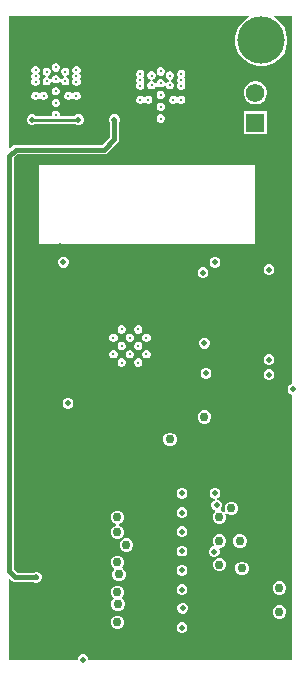
<source format=gbr>
G04*
G04 #@! TF.GenerationSoftware,Altium Limited,Altium Designer,24.9.1 (31)*
G04*
G04 Layer_Physical_Order=4*
G04 Layer_Color=6736896*
%FSLAX25Y25*%
%MOIN*%
G70*
G04*
G04 #@! TF.SameCoordinates,0464F855-7F2B-49EB-A455-A8C15B23BB70*
G04*
G04*
G04 #@! TF.FilePolarity,Positive*
G04*
G01*
G75*
%ADD53C,0.01181*%
%ADD54R,0.06181X0.06181*%
%ADD55C,0.06181*%
%ADD60C,0.01500*%
%ADD61C,0.01000*%
%ADD64C,0.02953*%
%ADD65C,0.02000*%
%ADD66C,0.05000*%
%ADD67C,0.15748*%
G36*
X194187Y191982D02*
X194144D01*
X193488Y191710D01*
X192985Y191207D01*
X192713Y190550D01*
Y189839D01*
X192985Y189182D01*
X193488Y188679D01*
X194144Y188407D01*
X194187D01*
X194187Y99813D01*
X126287D01*
Y100356D01*
X126015Y101013D01*
X125513Y101515D01*
X124855Y101787D01*
X124144D01*
X123487Y101515D01*
X122985Y101013D01*
X122713Y100356D01*
Y99813D01*
X99813D01*
Y126817D01*
X100275Y127009D01*
X100892Y126392D01*
X101400Y126052D01*
X102000Y125933D01*
X108014D01*
X108544Y125713D01*
X109256D01*
X109913Y125985D01*
X110415Y126488D01*
X110687Y127145D01*
Y127856D01*
X110415Y128513D01*
X109913Y129015D01*
X109256Y129287D01*
X108544D01*
X108014Y129068D01*
X102649D01*
X101567Y130149D01*
Y267351D01*
X102666Y268449D01*
X131517D01*
X132116Y268568D01*
X132625Y268908D01*
X136108Y272392D01*
X136448Y272900D01*
X136567Y273500D01*
Y279114D01*
X136787Y279644D01*
Y280356D01*
X136515Y281013D01*
X136012Y281515D01*
X135355Y281787D01*
X134644D01*
X133987Y281515D01*
X133485Y281013D01*
X133213Y280356D01*
Y279644D01*
X133432Y279114D01*
Y274149D01*
X130867Y271584D01*
X102016D01*
X101417Y271465D01*
X100908Y271125D01*
X100275Y270491D01*
X99813Y270683D01*
Y314687D01*
X179851D01*
X179949Y314197D01*
X179897Y314176D01*
X178479Y313228D01*
X177272Y312021D01*
X176324Y310603D01*
X175671Y309026D01*
X175339Y307353D01*
Y305647D01*
X175671Y303974D01*
X176324Y302397D01*
X177272Y300979D01*
X178479Y299772D01*
X179897Y298824D01*
X181474Y298171D01*
X183147Y297839D01*
X184853D01*
X186526Y298171D01*
X188103Y298824D01*
X189521Y299772D01*
X190728Y300979D01*
X191676Y302397D01*
X192329Y303974D01*
X192661Y305647D01*
Y307353D01*
X192329Y309026D01*
X191676Y310603D01*
X190728Y312021D01*
X189521Y313228D01*
X188103Y314176D01*
X188051Y314197D01*
X188149Y314687D01*
X194187D01*
X194187Y191982D01*
D02*
G37*
%LPC*%
G36*
X115774Y298847D02*
X115226D01*
X114719Y298637D01*
X114332Y298249D01*
X114122Y297743D01*
Y297194D01*
X114332Y296688D01*
X114719Y296300D01*
X115226Y296091D01*
X115774D01*
X116280Y296300D01*
X116668Y296688D01*
X116878Y297194D01*
Y297743D01*
X116668Y298249D01*
X116280Y298637D01*
X115774Y298847D01*
D02*
G37*
G36*
X150703Y297524D02*
X150155D01*
X149649Y297314D01*
X149261Y296926D01*
X149051Y296420D01*
Y295872D01*
X149261Y295365D01*
X149649Y294977D01*
X150155Y294768D01*
X150703D01*
X151210Y294977D01*
X151597Y295365D01*
X151807Y295872D01*
Y296420D01*
X151597Y296926D01*
X151210Y297314D01*
X150703Y297524D01*
D02*
G37*
G36*
X118845Y297429D02*
X118297D01*
X117790Y297219D01*
X117403Y296832D01*
X117193Y296325D01*
Y295777D01*
X117403Y295271D01*
X117790Y294883D01*
X118297Y294673D01*
Y294201D01*
X117790Y293991D01*
X117403Y293603D01*
X117378Y293544D01*
X116878Y293643D01*
Y293806D01*
X116668Y294312D01*
X116280Y294700D01*
X115774Y294910D01*
X115226D01*
X114719Y294700D01*
X114332Y294312D01*
X114122Y293806D01*
Y293643D01*
X113622Y293544D01*
X113597Y293603D01*
X113210Y293991D01*
X112703Y294201D01*
Y294673D01*
X113210Y294883D01*
X113597Y295271D01*
X113807Y295777D01*
Y296325D01*
X113597Y296832D01*
X113210Y297219D01*
X112703Y297429D01*
X112155D01*
X111649Y297219D01*
X111261Y296832D01*
X111051Y296325D01*
Y295777D01*
X111261Y295271D01*
X111649Y294883D01*
X112155Y294673D01*
Y294201D01*
X111649Y293991D01*
X111261Y293603D01*
X111051Y293097D01*
Y292549D01*
X111261Y292042D01*
X111649Y291655D01*
X112155Y291445D01*
X112703D01*
X113210Y291655D01*
X113597Y292042D01*
X113807Y292549D01*
Y292711D01*
X114307Y292811D01*
X114332Y292751D01*
X114719Y292363D01*
X115226Y292154D01*
X115774D01*
X116280Y292363D01*
X116668Y292751D01*
X116693Y292811D01*
X117193Y292711D01*
Y292549D01*
X117403Y292042D01*
X117790Y291655D01*
X118297Y291445D01*
X118845D01*
X119351Y291655D01*
X119739Y292042D01*
X119949Y292549D01*
Y293097D01*
X119739Y293603D01*
X119351Y293991D01*
X118845Y294201D01*
Y294673D01*
X119351Y294883D01*
X119739Y295271D01*
X119949Y295777D01*
Y296325D01*
X119739Y296832D01*
X119351Y297219D01*
X118845Y297429D01*
D02*
G37*
G36*
X153774Y296106D02*
X153226D01*
X152719Y295897D01*
X152332Y295509D01*
X152122Y295002D01*
Y294454D01*
X152332Y293948D01*
X152719Y293560D01*
X153226Y293350D01*
Y292878D01*
X152719Y292668D01*
X152332Y292281D01*
X152307Y292221D01*
X151807Y292320D01*
Y292483D01*
X151597Y292989D01*
X151210Y293377D01*
X150703Y293587D01*
X150155D01*
X149649Y293377D01*
X149261Y292989D01*
X149051Y292483D01*
Y292320D01*
X148551Y292221D01*
X148526Y292281D01*
X148139Y292668D01*
X147632Y292878D01*
Y293350D01*
X148139Y293560D01*
X148526Y293948D01*
X148736Y294454D01*
Y295002D01*
X148526Y295509D01*
X148139Y295897D01*
X147632Y296106D01*
X147084D01*
X146578Y295897D01*
X146190Y295509D01*
X145980Y295002D01*
Y294454D01*
X146190Y293948D01*
X146578Y293560D01*
X147084Y293350D01*
Y292878D01*
X146578Y292668D01*
X146190Y292281D01*
X145980Y291774D01*
Y291226D01*
X146190Y290720D01*
X146578Y290332D01*
X147084Y290122D01*
X147632D01*
X148139Y290332D01*
X148526Y290720D01*
X148736Y291226D01*
Y291388D01*
X149236Y291488D01*
X149261Y291428D01*
X149649Y291040D01*
X150155Y290831D01*
X150703D01*
X151210Y291040D01*
X151597Y291428D01*
X151622Y291488D01*
X152122Y291388D01*
Y291226D01*
X152332Y290720D01*
X152719Y290332D01*
X153226Y290122D01*
X153774D01*
X154280Y290332D01*
X154668Y290720D01*
X154878Y291226D01*
Y291774D01*
X154668Y292281D01*
X154280Y292668D01*
X153774Y292878D01*
Y293350D01*
X154280Y293560D01*
X154668Y293948D01*
X154878Y294454D01*
Y295002D01*
X154668Y295509D01*
X154280Y295897D01*
X153774Y296106D01*
D02*
G37*
G36*
X122585Y297980D02*
X122037D01*
X121530Y297771D01*
X121143Y297383D01*
X120933Y296877D01*
Y296328D01*
X121143Y295822D01*
X121347Y295618D01*
X121143Y295414D01*
X120933Y294908D01*
Y294360D01*
X121143Y293853D01*
X121347Y293650D01*
X121143Y293446D01*
X120933Y292939D01*
Y292391D01*
X121143Y291885D01*
X121530Y291497D01*
X122037Y291287D01*
X122585D01*
X123092Y291497D01*
X123479Y291885D01*
X123689Y292391D01*
Y292939D01*
X123479Y293446D01*
X123275Y293650D01*
X123479Y293853D01*
X123689Y294360D01*
Y294908D01*
X123479Y295414D01*
X123275Y295618D01*
X123479Y295822D01*
X123689Y296328D01*
Y296877D01*
X123479Y297383D01*
X123092Y297771D01*
X122585Y297980D01*
D02*
G37*
G36*
X108963D02*
X108415D01*
X107908Y297771D01*
X107521Y297383D01*
X107311Y296877D01*
Y296328D01*
X107521Y295822D01*
X107724Y295618D01*
X107521Y295414D01*
X107311Y294908D01*
Y294360D01*
X107521Y293853D01*
X107724Y293650D01*
X107521Y293446D01*
X107311Y292939D01*
Y292391D01*
X107521Y291885D01*
X107908Y291497D01*
X108415Y291287D01*
X108963D01*
X109469Y291497D01*
X109857Y291885D01*
X110067Y292391D01*
Y292939D01*
X109857Y293446D01*
X109653Y293650D01*
X109857Y293853D01*
X110067Y294360D01*
Y294908D01*
X109857Y295414D01*
X109653Y295618D01*
X109857Y295822D01*
X110067Y296328D01*
Y296877D01*
X109857Y297383D01*
X109469Y297771D01*
X108963Y297980D01*
D02*
G37*
G36*
X157514Y296657D02*
X156966D01*
X156460Y296448D01*
X156072Y296060D01*
X155862Y295554D01*
Y295005D01*
X156072Y294499D01*
X156276Y294295D01*
X156072Y294092D01*
X155862Y293585D01*
Y293037D01*
X156072Y292530D01*
X156276Y292327D01*
X156072Y292123D01*
X155862Y291617D01*
Y291068D01*
X156072Y290562D01*
X156460Y290174D01*
X156966Y289965D01*
X157514D01*
X158021Y290174D01*
X158408Y290562D01*
X158618Y291068D01*
Y291617D01*
X158408Y292123D01*
X158205Y292327D01*
X158408Y292530D01*
X158618Y293037D01*
Y293585D01*
X158408Y294092D01*
X158205Y294295D01*
X158408Y294499D01*
X158618Y295005D01*
Y295554D01*
X158408Y296060D01*
X158021Y296448D01*
X157514Y296657D01*
D02*
G37*
G36*
X143892D02*
X143344D01*
X142838Y296448D01*
X142450Y296060D01*
X142240Y295554D01*
Y295005D01*
X142450Y294499D01*
X142654Y294295D01*
X142450Y294092D01*
X142240Y293585D01*
Y293037D01*
X142450Y292530D01*
X142654Y292327D01*
X142450Y292123D01*
X142240Y291617D01*
Y291068D01*
X142450Y290562D01*
X142838Y290174D01*
X143344Y289965D01*
X143892D01*
X144399Y290174D01*
X144786Y290562D01*
X144996Y291068D01*
Y291617D01*
X144786Y292123D01*
X144583Y292327D01*
X144786Y292530D01*
X144996Y293037D01*
Y293585D01*
X144786Y294092D01*
X144583Y294295D01*
X144786Y294499D01*
X144996Y295005D01*
Y295554D01*
X144786Y296060D01*
X144399Y296448D01*
X143892Y296657D01*
D02*
G37*
G36*
X111640Y289319D02*
X111092D01*
X110586Y289109D01*
X110342Y288866D01*
X110029Y288772D01*
X109717Y288866D01*
X109474Y289109D01*
X108967Y289319D01*
X108419D01*
X107912Y289109D01*
X107525Y288721D01*
X107315Y288215D01*
Y287667D01*
X107525Y287160D01*
X107912Y286773D01*
X108419Y286563D01*
X108967D01*
X109474Y286773D01*
X109717Y287016D01*
X110029Y287110D01*
X110342Y287016D01*
X110586Y286773D01*
X111092Y286563D01*
X111640D01*
X112147Y286773D01*
X112534Y287160D01*
X112744Y287667D01*
Y288215D01*
X112534Y288721D01*
X112147Y289109D01*
X111640Y289319D01*
D02*
G37*
G36*
X122581D02*
X122033D01*
X121527Y289109D01*
X121283Y288866D01*
X120970Y288772D01*
X120658Y288866D01*
X120414Y289109D01*
X119908Y289319D01*
X119360D01*
X118853Y289109D01*
X118466Y288721D01*
X118256Y288215D01*
Y287667D01*
X118466Y287160D01*
X118853Y286773D01*
X119360Y286563D01*
X119908D01*
X120414Y286773D01*
X120658Y287016D01*
X120970Y287110D01*
X121283Y287016D01*
X121527Y286773D01*
X122033Y286563D01*
X122581D01*
X123088Y286773D01*
X123475Y287160D01*
X123685Y287667D01*
Y288215D01*
X123475Y288721D01*
X123088Y289109D01*
X122581Y289319D01*
D02*
G37*
G36*
X115774Y290972D02*
X115226D01*
X114719Y290763D01*
X114332Y290375D01*
X114122Y289869D01*
Y289320D01*
X114332Y288814D01*
X114719Y288426D01*
X115226Y288216D01*
X115774D01*
X116280Y288426D01*
X116668Y288814D01*
X116878Y289320D01*
Y289869D01*
X116668Y290375D01*
X116280Y290763D01*
X115774Y290972D01*
D02*
G37*
G36*
X157510Y287996D02*
X156962D01*
X156456Y287786D01*
X156212Y287543D01*
X155900Y287449D01*
X155587Y287543D01*
X155343Y287786D01*
X154837Y287996D01*
X154289D01*
X153782Y287786D01*
X153395Y287399D01*
X153185Y286892D01*
Y286344D01*
X153395Y285838D01*
X153782Y285450D01*
X154289Y285240D01*
X154837D01*
X155343Y285450D01*
X155587Y285693D01*
X155900Y285787D01*
X156212Y285693D01*
X156456Y285450D01*
X156962Y285240D01*
X157510D01*
X158017Y285450D01*
X158404Y285838D01*
X158614Y286344D01*
Y286892D01*
X158404Y287399D01*
X158017Y287786D01*
X157510Y287996D01*
D02*
G37*
G36*
X146569D02*
X146021D01*
X145515Y287786D01*
X145272Y287543D01*
X144959Y287449D01*
X144646Y287543D01*
X144403Y287786D01*
X143896Y287996D01*
X143348D01*
X142841Y287786D01*
X142454Y287399D01*
X142244Y286892D01*
Y286344D01*
X142454Y285838D01*
X142841Y285450D01*
X143348Y285240D01*
X143896D01*
X144403Y285450D01*
X144646Y285693D01*
X144959Y285787D01*
X145272Y285693D01*
X145515Y285450D01*
X146021Y285240D01*
X146569D01*
X147076Y285450D01*
X147463Y285838D01*
X147673Y286344D01*
Y286892D01*
X147463Y287399D01*
X147076Y287786D01*
X146569Y287996D01*
D02*
G37*
G36*
X150703Y289650D02*
X150155D01*
X149649Y289440D01*
X149261Y289052D01*
X149051Y288546D01*
Y287998D01*
X149261Y287491D01*
X149649Y287104D01*
X150155Y286894D01*
X150703D01*
X151210Y287104D01*
X151597Y287491D01*
X151807Y287998D01*
Y288546D01*
X151597Y289052D01*
X151210Y289440D01*
X150703Y289650D01*
D02*
G37*
G36*
X182510Y292878D02*
X181490D01*
X180503Y292614D01*
X179619Y292103D01*
X178897Y291381D01*
X178386Y290497D01*
X178122Y289510D01*
Y288490D01*
X178386Y287503D01*
X178897Y286619D01*
X179619Y285897D01*
X180503Y285386D01*
X181490Y285122D01*
X182510D01*
X183497Y285386D01*
X184381Y285897D01*
X185103Y286619D01*
X185614Y287503D01*
X185878Y288490D01*
Y289510D01*
X185614Y290497D01*
X185103Y291381D01*
X184381Y292103D01*
X183497Y292614D01*
X182510Y292878D01*
D02*
G37*
G36*
X115774Y287035D02*
X115226D01*
X114719Y286826D01*
X114332Y286438D01*
X114122Y285932D01*
Y285383D01*
X114332Y284877D01*
X114719Y284489D01*
X115226Y284279D01*
X115774D01*
X116280Y284489D01*
X116668Y284877D01*
X116878Y285383D01*
Y285932D01*
X116668Y286438D01*
X116280Y286826D01*
X115774Y287035D01*
D02*
G37*
G36*
X150703Y285713D02*
X150155D01*
X149649Y285503D01*
X149261Y285115D01*
X149051Y284609D01*
Y284061D01*
X149261Y283554D01*
X149649Y283167D01*
X150155Y282957D01*
X150703D01*
X151210Y283167D01*
X151597Y283554D01*
X151807Y284061D01*
Y284609D01*
X151597Y285115D01*
X151210Y285503D01*
X150703Y285713D01*
D02*
G37*
G36*
X115774Y283098D02*
X115226D01*
X114719Y282889D01*
X114332Y282501D01*
X114122Y281995D01*
Y281446D01*
X113927Y281155D01*
X110016D01*
X109824Y281283D01*
X109322Y281383D01*
X108815D01*
X108613Y281586D01*
X107956Y281858D01*
X107245D01*
X106588Y281586D01*
X106085Y281083D01*
X105813Y280426D01*
Y279715D01*
X106085Y279058D01*
X106588Y278555D01*
X107245Y278283D01*
X107956D01*
X108613Y278555D01*
X108815Y278758D01*
X108856D01*
X109048Y278630D01*
X109550Y278530D01*
X116278D01*
X116780Y278630D01*
X116866Y278687D01*
X121785D01*
X121987Y278485D01*
X122644Y278213D01*
X123355D01*
X124012Y278485D01*
X124515Y278988D01*
X124787Y279644D01*
Y280356D01*
X124515Y281013D01*
X124012Y281515D01*
X123355Y281787D01*
X122644D01*
X121987Y281515D01*
X121785Y281313D01*
X116967D01*
X116878Y281446D01*
Y281995D01*
X116668Y282501D01*
X116280Y282889D01*
X115774Y283098D01*
D02*
G37*
G36*
X150703Y281776D02*
X150155D01*
X149649Y281566D01*
X149261Y281178D01*
X149051Y280672D01*
Y280123D01*
X149261Y279617D01*
X149649Y279229D01*
X150155Y279020D01*
X150703D01*
X151210Y279229D01*
X151597Y279617D01*
X151807Y280123D01*
Y280672D01*
X151597Y281178D01*
X151210Y281566D01*
X150703Y281776D01*
D02*
G37*
G36*
X185878Y282878D02*
X178122D01*
Y275122D01*
X185878D01*
Y282878D01*
D02*
G37*
G36*
X182000Y265000D02*
X110000D01*
Y238500D01*
X182000D01*
Y265000D01*
D02*
G37*
G36*
X168856Y234287D02*
X168145D01*
X167488Y234015D01*
X166985Y233512D01*
X166713Y232856D01*
Y232144D01*
X166985Y231487D01*
X167488Y230985D01*
X168145Y230713D01*
X168856D01*
X169512Y230985D01*
X170015Y231487D01*
X170287Y232144D01*
Y232856D01*
X170015Y233512D01*
X169512Y234015D01*
X168856Y234287D01*
D02*
G37*
G36*
X118356D02*
X117645D01*
X116988Y234015D01*
X116485Y233512D01*
X116213Y232856D01*
Y232144D01*
X116485Y231487D01*
X116988Y230985D01*
X117645Y230713D01*
X118356D01*
X119012Y230985D01*
X119515Y231487D01*
X119787Y232144D01*
Y232856D01*
X119515Y233512D01*
X119012Y234015D01*
X118356Y234287D01*
D02*
G37*
G36*
X186855Y231787D02*
X186144D01*
X185487Y231515D01*
X184985Y231013D01*
X184713Y230356D01*
Y229644D01*
X184985Y228988D01*
X185487Y228485D01*
X186144Y228213D01*
X186855D01*
X187513Y228485D01*
X188015Y228988D01*
X188287Y229644D01*
Y230356D01*
X188015Y231013D01*
X187513Y231515D01*
X186855Y231787D01*
D02*
G37*
G36*
X164856Y230787D02*
X164145D01*
X163488Y230515D01*
X162985Y230012D01*
X162713Y229356D01*
Y228644D01*
X162985Y227988D01*
X163488Y227485D01*
X164145Y227213D01*
X164856D01*
X165513Y227485D01*
X166015Y227988D01*
X166287Y228644D01*
Y229356D01*
X166015Y230012D01*
X165513Y230515D01*
X164856Y230787D01*
D02*
G37*
G36*
X143176Y211496D02*
X142628D01*
X142121Y211286D01*
X141733Y210899D01*
X141524Y210392D01*
Y209844D01*
X141733Y209338D01*
X142121Y208950D01*
X142628Y208740D01*
X143176D01*
X143682Y208950D01*
X144070Y209338D01*
X144280Y209844D01*
Y210392D01*
X144070Y210899D01*
X143682Y211286D01*
X143176Y211496D01*
D02*
G37*
G36*
X137664D02*
X137116D01*
X136609Y211286D01*
X136222Y210899D01*
X136012Y210392D01*
Y209844D01*
X136222Y209338D01*
X136609Y208950D01*
X137116Y208740D01*
X137664D01*
X138170Y208950D01*
X138558Y209338D01*
X138768Y209844D01*
Y210392D01*
X138558Y210899D01*
X138170Y211286D01*
X137664Y211496D01*
D02*
G37*
G36*
X145931Y208740D02*
X145383D01*
X144877Y208530D01*
X144489Y208143D01*
X144279Y207636D01*
Y207088D01*
X144489Y206582D01*
X144877Y206194D01*
X145383Y205984D01*
X145931D01*
X146438Y206194D01*
X146826Y206582D01*
X147035Y207088D01*
Y207636D01*
X146826Y208143D01*
X146438Y208530D01*
X145931Y208740D01*
D02*
G37*
G36*
X140420D02*
X139872D01*
X139365Y208530D01*
X138977Y208143D01*
X138768Y207636D01*
Y207088D01*
X138977Y206582D01*
X139365Y206194D01*
X139872Y205984D01*
X140420D01*
X140926Y206194D01*
X141314Y206582D01*
X141524Y207088D01*
Y207636D01*
X141314Y208143D01*
X140926Y208530D01*
X140420Y208740D01*
D02*
G37*
G36*
X134908D02*
X134360D01*
X133853Y208530D01*
X133466Y208143D01*
X133256Y207636D01*
Y207088D01*
X133466Y206582D01*
X133853Y206194D01*
X134360Y205984D01*
X134908D01*
X135414Y206194D01*
X135802Y206582D01*
X136012Y207088D01*
Y207636D01*
X135802Y208143D01*
X135414Y208530D01*
X134908Y208740D01*
D02*
G37*
G36*
X165356Y207287D02*
X164645D01*
X163988Y207015D01*
X163485Y206512D01*
X163213Y205855D01*
Y205145D01*
X163485Y204487D01*
X163988Y203985D01*
X164645Y203713D01*
X165356D01*
X166013Y203985D01*
X166515Y204487D01*
X166787Y205145D01*
Y205855D01*
X166515Y206512D01*
X166013Y207015D01*
X165356Y207287D01*
D02*
G37*
G36*
X143176Y205984D02*
X142628D01*
X142121Y205775D01*
X141733Y205387D01*
X141524Y204880D01*
Y204332D01*
X141733Y203826D01*
X142121Y203438D01*
X142628Y203228D01*
X143176D01*
X143682Y203438D01*
X144070Y203826D01*
X144280Y204332D01*
Y204880D01*
X144070Y205387D01*
X143682Y205775D01*
X143176Y205984D01*
D02*
G37*
G36*
X137664D02*
X137116D01*
X136609Y205775D01*
X136222Y205387D01*
X136012Y204880D01*
Y204332D01*
X136222Y203826D01*
X136609Y203438D01*
X137116Y203228D01*
X137664D01*
X138170Y203438D01*
X138558Y203826D01*
X138768Y204332D01*
Y204880D01*
X138558Y205387D01*
X138170Y205775D01*
X137664Y205984D01*
D02*
G37*
G36*
X145931Y203228D02*
X145383D01*
X144877Y203019D01*
X144489Y202631D01*
X144279Y202125D01*
Y201576D01*
X144489Y201070D01*
X144877Y200682D01*
X145383Y200472D01*
X145931D01*
X146438Y200682D01*
X146826Y201070D01*
X147035Y201576D01*
Y202125D01*
X146826Y202631D01*
X146438Y203019D01*
X145931Y203228D01*
D02*
G37*
G36*
X140420D02*
X139872D01*
X139365Y203019D01*
X138977Y202631D01*
X138768Y202125D01*
Y201576D01*
X138977Y201070D01*
X139365Y200682D01*
X139872Y200472D01*
X140420D01*
X140926Y200682D01*
X141314Y201070D01*
X141524Y201576D01*
Y202125D01*
X141314Y202631D01*
X140926Y203019D01*
X140420Y203228D01*
D02*
G37*
G36*
X134908D02*
X134360D01*
X133853Y203019D01*
X133466Y202631D01*
X133256Y202125D01*
Y201576D01*
X133466Y201070D01*
X133853Y200682D01*
X134360Y200472D01*
X134908D01*
X135414Y200682D01*
X135802Y201070D01*
X136012Y201576D01*
Y202125D01*
X135802Y202631D01*
X135414Y203019D01*
X134908Y203228D01*
D02*
G37*
G36*
X186855Y201787D02*
X186144D01*
X185487Y201515D01*
X184985Y201012D01*
X184713Y200356D01*
Y199644D01*
X184985Y198987D01*
X185487Y198485D01*
X186144Y198213D01*
X186855D01*
X187513Y198485D01*
X188015Y198987D01*
X188287Y199644D01*
Y200356D01*
X188015Y201012D01*
X187513Y201515D01*
X186855Y201787D01*
D02*
G37*
G36*
X143176Y200472D02*
X142628D01*
X142121Y200263D01*
X141733Y199875D01*
X141524Y199369D01*
Y198820D01*
X141733Y198314D01*
X142121Y197926D01*
X142628Y197716D01*
X143176D01*
X143682Y197926D01*
X144070Y198314D01*
X144280Y198820D01*
Y199369D01*
X144070Y199875D01*
X143682Y200263D01*
X143176Y200472D01*
D02*
G37*
G36*
X137664D02*
X137116D01*
X136609Y200263D01*
X136222Y199875D01*
X136012Y199369D01*
Y198820D01*
X136222Y198314D01*
X136609Y197926D01*
X137116Y197716D01*
X137664D01*
X138170Y197926D01*
X138558Y198314D01*
X138768Y198820D01*
Y199369D01*
X138558Y199875D01*
X138170Y200263D01*
X137664Y200472D01*
D02*
G37*
G36*
X165856Y197287D02*
X165145D01*
X164488Y197015D01*
X163985Y196512D01*
X163713Y195855D01*
Y195144D01*
X163985Y194488D01*
X164488Y193985D01*
X165145Y193713D01*
X165856D01*
X166513Y193985D01*
X167015Y194488D01*
X167287Y195144D01*
Y195855D01*
X167015Y196512D01*
X166513Y197015D01*
X165856Y197287D01*
D02*
G37*
G36*
X186855Y196787D02*
X186144D01*
X185487Y196515D01*
X184985Y196012D01*
X184713Y195355D01*
Y194644D01*
X184985Y193988D01*
X185487Y193485D01*
X186144Y193213D01*
X186855D01*
X187513Y193485D01*
X188015Y193988D01*
X188287Y194644D01*
Y195355D01*
X188015Y196012D01*
X187513Y196515D01*
X186855Y196787D01*
D02*
G37*
G36*
X119855Y187287D02*
X119144D01*
X118488Y187015D01*
X117985Y186512D01*
X117713Y185855D01*
Y185144D01*
X117985Y184487D01*
X118488Y183985D01*
X119144Y183713D01*
X119855D01*
X120512Y183985D01*
X121015Y184487D01*
X121287Y185144D01*
Y185855D01*
X121015Y186512D01*
X120512Y187015D01*
X119855Y187287D01*
D02*
G37*
G36*
X165450Y183264D02*
X164550D01*
X163718Y182919D01*
X163081Y182282D01*
X162736Y181450D01*
Y180550D01*
X163081Y179718D01*
X163718Y179081D01*
X164550Y178736D01*
X165450D01*
X166282Y179081D01*
X166919Y179718D01*
X167264Y180550D01*
Y181450D01*
X166919Y182282D01*
X166282Y182919D01*
X165450Y183264D01*
D02*
G37*
G36*
X153950Y175764D02*
X153050D01*
X152218Y175419D01*
X151581Y174782D01*
X151236Y173950D01*
Y173050D01*
X151581Y172218D01*
X152218Y171581D01*
X153050Y171236D01*
X153950D01*
X154782Y171581D01*
X155419Y172218D01*
X155764Y173050D01*
Y173950D01*
X155419Y174782D01*
X154782Y175419D01*
X153950Y175764D01*
D02*
G37*
G36*
X157855Y157287D02*
X157144D01*
X156488Y157015D01*
X155985Y156512D01*
X155713Y155856D01*
Y155145D01*
X155985Y154488D01*
X156488Y153985D01*
X157144Y153713D01*
X157855D01*
X158512Y153985D01*
X159015Y154488D01*
X159287Y155145D01*
Y155856D01*
X159015Y156512D01*
X158512Y157015D01*
X157855Y157287D01*
D02*
G37*
G36*
X168856D02*
X168145D01*
X167488Y157015D01*
X166985Y156512D01*
X166713Y155856D01*
Y155145D01*
X166985Y154488D01*
X167488Y153985D01*
X168145Y153713D01*
X168465D01*
X168565Y153213D01*
X168088Y153015D01*
X167586Y152513D01*
X167314Y151856D01*
Y151145D01*
X167586Y150487D01*
X168088Y149985D01*
X168474Y149825D01*
X168489Y149800D01*
X168553Y149251D01*
X168081Y148778D01*
X167736Y147947D01*
Y147046D01*
X168081Y146214D01*
X168718Y145577D01*
X169550Y145232D01*
X170450D01*
X171282Y145577D01*
X171919Y146214D01*
X172264Y147046D01*
Y147947D01*
X171994Y148597D01*
X172418Y148880D01*
X172718Y148581D01*
X173550Y148236D01*
X174450D01*
X175282Y148581D01*
X175919Y149218D01*
X176264Y150050D01*
Y150950D01*
X175919Y151782D01*
X175282Y152419D01*
X174450Y152764D01*
X173550D01*
X172718Y152419D01*
X172081Y151782D01*
X171736Y150950D01*
Y150050D01*
X172006Y149399D01*
X171582Y149116D01*
X171282Y149415D01*
X170553Y149717D01*
X170412Y150068D01*
X170389Y150260D01*
X170616Y150487D01*
X170888Y151145D01*
Y151856D01*
X170616Y152513D01*
X170114Y153015D01*
X169457Y153287D01*
X169136D01*
X169036Y153787D01*
X169512Y153985D01*
X170015Y154488D01*
X170287Y155145D01*
Y155856D01*
X170015Y156512D01*
X169512Y157015D01*
X168856Y157287D01*
D02*
G37*
G36*
X157855Y150871D02*
X157144D01*
X156488Y150599D01*
X155985Y150096D01*
X155713Y149439D01*
Y148728D01*
X155985Y148071D01*
X156488Y147568D01*
X157144Y147296D01*
X157855D01*
X158512Y147568D01*
X159015Y148071D01*
X159287Y148728D01*
Y149439D01*
X159015Y150096D01*
X158512Y150599D01*
X157855Y150871D01*
D02*
G37*
G36*
Y144454D02*
X157144D01*
X156488Y144182D01*
X155985Y143679D01*
X155713Y143022D01*
Y142311D01*
X155985Y141654D01*
X156488Y141151D01*
X157144Y140879D01*
X157855D01*
X158512Y141151D01*
X159015Y141654D01*
X159287Y142311D01*
Y143022D01*
X159015Y143679D01*
X158512Y144182D01*
X157855Y144454D01*
D02*
G37*
G36*
X136450Y149764D02*
X135550D01*
X134718Y149419D01*
X134081Y148782D01*
X133736Y147950D01*
Y147050D01*
X134081Y146218D01*
X134718Y145581D01*
X135550Y145236D01*
Y144764D01*
X134718Y144419D01*
X134081Y143782D01*
X133736Y142950D01*
Y142050D01*
X134081Y141218D01*
X134718Y140581D01*
X135550Y140236D01*
X136450D01*
X137282Y140581D01*
X137919Y141218D01*
X138264Y142050D01*
Y142950D01*
X137919Y143782D01*
X137282Y144419D01*
X136450Y144764D01*
Y145236D01*
X137282Y145581D01*
X137919Y146218D01*
X138264Y147050D01*
Y147950D01*
X137919Y148782D01*
X137282Y149419D01*
X136450Y149764D01*
D02*
G37*
G36*
X177222Y141886D02*
X176321D01*
X175489Y141541D01*
X174853Y140904D01*
X174508Y140073D01*
Y139172D01*
X174853Y138340D01*
X175489Y137703D01*
X176321Y137358D01*
X177222D01*
X178054Y137703D01*
X178691Y138340D01*
X179035Y139172D01*
Y140073D01*
X178691Y140904D01*
X178054Y141541D01*
X177222Y141886D01*
D02*
G37*
G36*
X139450Y140490D02*
X138550D01*
X137718Y140146D01*
X137081Y139509D01*
X136736Y138677D01*
Y137776D01*
X137081Y136944D01*
X137718Y136307D01*
X138550Y135963D01*
X139450D01*
X140282Y136307D01*
X140919Y136944D01*
X141264Y137776D01*
Y138677D01*
X140919Y139509D01*
X140282Y140146D01*
X139450Y140490D01*
D02*
G37*
G36*
X157855Y138037D02*
X157144D01*
X156488Y137765D01*
X155985Y137262D01*
X155713Y136606D01*
Y135895D01*
X155985Y135238D01*
X156488Y134735D01*
X157144Y134463D01*
X157855D01*
X158512Y134735D01*
X159015Y135238D01*
X159287Y135895D01*
Y136606D01*
X159015Y137262D01*
X158512Y137765D01*
X157855Y138037D01*
D02*
G37*
G36*
X170450Y141886D02*
X169550D01*
X168718Y141541D01*
X168081Y140904D01*
X167736Y140073D01*
Y139172D01*
X168081Y138340D01*
X168133Y138287D01*
X167926Y137787D01*
X167885D01*
X167228Y137515D01*
X166725Y137013D01*
X166453Y136355D01*
Y135644D01*
X166725Y134987D01*
X167228Y134485D01*
X167885Y134213D01*
X168596D01*
X169253Y134485D01*
X169755Y134987D01*
X170028Y135644D01*
Y136355D01*
X169819Y136858D01*
X170019Y137268D01*
X170112Y137358D01*
X170450D01*
X171282Y137703D01*
X171919Y138340D01*
X172264Y139172D01*
Y140073D01*
X171919Y140904D01*
X171282Y141541D01*
X170450Y141886D01*
D02*
G37*
G36*
Y134012D02*
X169550D01*
X168718Y133667D01*
X168081Y133030D01*
X167736Y132198D01*
Y131298D01*
X168081Y130466D01*
X168718Y129829D01*
X169550Y129484D01*
X170450D01*
X171282Y129829D01*
X171919Y130466D01*
X172264Y131298D01*
Y132198D01*
X171919Y133030D01*
X171282Y133667D01*
X170450Y134012D01*
D02*
G37*
G36*
X177950Y132764D02*
X177050D01*
X176218Y132419D01*
X175581Y131782D01*
X175236Y130950D01*
Y130050D01*
X175581Y129218D01*
X176218Y128581D01*
X177050Y128236D01*
X177950D01*
X178782Y128581D01*
X179419Y129218D01*
X179764Y130050D01*
Y130950D01*
X179419Y131782D01*
X178782Y132419D01*
X177950Y132764D01*
D02*
G37*
G36*
X157855Y131621D02*
X157144D01*
X156488Y131349D01*
X155985Y130846D01*
X155713Y130189D01*
Y129478D01*
X155985Y128821D01*
X156488Y128318D01*
X157144Y128046D01*
X157855D01*
X158512Y128318D01*
X159015Y128821D01*
X159287Y129478D01*
Y130189D01*
X159015Y130846D01*
X158512Y131349D01*
X157855Y131621D01*
D02*
G37*
G36*
X136450Y134764D02*
X135550D01*
X134718Y134419D01*
X134081Y133782D01*
X133736Y132950D01*
Y132050D01*
X134081Y131218D01*
X134718Y130581D01*
X134823Y129996D01*
X134563Y129735D01*
X134218Y128903D01*
Y128003D01*
X134563Y127171D01*
X135199Y126534D01*
X136031Y126189D01*
X136932D01*
X137764Y126534D01*
X138401Y127171D01*
X138746Y128003D01*
Y128903D01*
X138401Y129735D01*
X137764Y130372D01*
X137658Y130957D01*
X137919Y131218D01*
X138264Y132050D01*
Y132950D01*
X137919Y133782D01*
X137282Y134419D01*
X136450Y134764D01*
D02*
G37*
G36*
X190443Y126201D02*
X189542D01*
X188710Y125856D01*
X188074Y125219D01*
X187729Y124387D01*
Y123487D01*
X188074Y122655D01*
X188710Y122018D01*
X189542Y121673D01*
X190443D01*
X191275Y122018D01*
X191912Y122655D01*
X192256Y123487D01*
Y124387D01*
X191912Y125219D01*
X191275Y125856D01*
X190443Y126201D01*
D02*
G37*
G36*
X157855Y125204D02*
X157144D01*
X156488Y124932D01*
X155985Y124429D01*
X155713Y123772D01*
Y123061D01*
X155985Y122404D01*
X156488Y121902D01*
X157144Y121629D01*
X157855D01*
X158512Y121902D01*
X159015Y122404D01*
X159287Y123061D01*
Y123772D01*
X159015Y124429D01*
X158512Y124932D01*
X157855Y125204D01*
D02*
G37*
G36*
X136450Y124764D02*
X135550D01*
X134718Y124419D01*
X134081Y123782D01*
X133736Y122950D01*
Y122050D01*
X134081Y121218D01*
X134520Y120778D01*
X134718Y120581D01*
X134520Y120125D01*
X134236Y119841D01*
X133891Y119009D01*
Y118108D01*
X134236Y117276D01*
X134873Y116639D01*
X135705Y116294D01*
X136606D01*
X137437Y116639D01*
X138074Y117276D01*
X138419Y118108D01*
Y119009D01*
X138074Y119841D01*
X137635Y120280D01*
X137437Y120477D01*
X137635Y120933D01*
X137919Y121218D01*
X138264Y122050D01*
Y122950D01*
X137919Y123782D01*
X137282Y124419D01*
X136450Y124764D01*
D02*
G37*
G36*
X158115Y118955D02*
X157404D01*
X156747Y118683D01*
X156245Y118181D01*
X155972Y117524D01*
Y116813D01*
X156245Y116156D01*
X156747Y115653D01*
X157404Y115381D01*
X158115D01*
X158772Y115653D01*
X159275Y116156D01*
X159547Y116813D01*
Y117524D01*
X159275Y118181D01*
X158772Y118683D01*
X158115Y118955D01*
D02*
G37*
G36*
X190443Y118264D02*
X189542D01*
X188710Y117919D01*
X188074Y117282D01*
X187729Y116450D01*
Y115550D01*
X188074Y114718D01*
X188710Y114081D01*
X189542Y113736D01*
X190443D01*
X191275Y114081D01*
X191912Y114718D01*
X192256Y115550D01*
Y116450D01*
X191912Y117282D01*
X191275Y117919D01*
X190443Y118264D01*
D02*
G37*
G36*
X136450Y114764D02*
X135550D01*
X134718Y114419D01*
X134081Y113782D01*
X133736Y112950D01*
Y112050D01*
X134081Y111218D01*
X134718Y110581D01*
X135550Y110236D01*
X136450D01*
X137282Y110581D01*
X137919Y111218D01*
X138264Y112050D01*
Y112950D01*
X137919Y113782D01*
X137282Y114419D01*
X136450Y114764D01*
D02*
G37*
G36*
X157855Y112537D02*
X157144D01*
X156488Y112265D01*
X155985Y111762D01*
X155713Y111106D01*
Y110395D01*
X155985Y109738D01*
X156488Y109235D01*
X157144Y108963D01*
X157855D01*
X158512Y109235D01*
X159015Y109738D01*
X159287Y110395D01*
Y111106D01*
X159015Y111762D01*
X158512Y112265D01*
X157855Y112537D01*
D02*
G37*
%LPD*%
D53*
X157236Y286618D02*
D03*
X154563D02*
D03*
X150429Y280398D02*
D03*
Y284335D02*
D03*
Y288272D02*
D03*
Y292209D02*
D03*
Y296146D02*
D03*
X157240Y291342D02*
D03*
Y293311D02*
D03*
Y295280D02*
D03*
X153500Y291500D02*
D03*
Y294728D02*
D03*
X143622Y286618D02*
D03*
X146295D02*
D03*
X143618Y291342D02*
D03*
Y293311D02*
D03*
Y295280D02*
D03*
X147358Y291500D02*
D03*
Y294728D02*
D03*
X122307Y287941D02*
D03*
X119634D02*
D03*
X115500Y281720D02*
D03*
Y285658D02*
D03*
Y289595D02*
D03*
Y293531D02*
D03*
Y297468D02*
D03*
X122311Y292665D02*
D03*
Y294634D02*
D03*
Y296602D02*
D03*
X118571Y292823D02*
D03*
Y296051D02*
D03*
X108693Y287941D02*
D03*
X111366D02*
D03*
X108689Y292665D02*
D03*
Y294634D02*
D03*
Y296602D02*
D03*
X112429Y292823D02*
D03*
Y296051D02*
D03*
X142902Y199094D02*
D03*
X137390D02*
D03*
X145657Y201850D02*
D03*
X140146D02*
D03*
X134634D02*
D03*
X142902Y204606D02*
D03*
X137390D02*
D03*
X145657Y207362D02*
D03*
X140146D02*
D03*
X134634D02*
D03*
X142902Y210118D02*
D03*
X137390D02*
D03*
D54*
X182000Y279000D02*
D03*
D55*
Y289000D02*
D03*
D60*
X102000Y127500D02*
X108900D01*
X100000Y129500D02*
X102000Y127500D01*
X131517Y270017D02*
X135000Y273500D01*
Y280000D01*
X100000Y268000D02*
X102016Y270017D01*
X100000Y129500D02*
Y268000D01*
X102016Y270017D02*
X131517D01*
D61*
X109322Y280071D02*
X109550Y279842D01*
X116278D01*
X107600Y280071D02*
X109322D01*
X116435Y280000D02*
X123000D01*
X116278Y279842D02*
X116435Y280000D01*
D64*
X104158Y229913D02*
D03*
X174000Y150500D02*
D03*
X176772Y139622D02*
D03*
X170000D02*
D03*
Y147496D02*
D03*
X177500Y130500D02*
D03*
X170000Y131748D02*
D03*
X189993Y123937D02*
D03*
X136155Y118558D02*
D03*
X136482Y128453D02*
D03*
X153500Y173500D02*
D03*
X165000Y181000D02*
D03*
X136000Y132500D02*
D03*
X139000Y138226D02*
D03*
X189993Y116000D02*
D03*
X136000Y112500D02*
D03*
Y122500D02*
D03*
Y142500D02*
D03*
Y147500D02*
D03*
X148000Y112500D02*
D03*
Y117500D02*
D03*
D65*
X168240Y136000D02*
D03*
X155000Y297500D02*
D03*
X154500Y277500D02*
D03*
X157500Y110750D02*
D03*
X157760Y117168D02*
D03*
X157500Y123417D02*
D03*
X108900Y127500D02*
D03*
X135000Y280000D02*
D03*
X107600Y280071D02*
D03*
X123000Y280000D02*
D03*
X117000Y238000D02*
D03*
X118000Y232500D02*
D03*
X138500Y102000D02*
D03*
X157000D02*
D03*
X186500Y200000D02*
D03*
X119500Y185500D02*
D03*
X165500Y195500D02*
D03*
X165000Y205500D02*
D03*
X124500Y100000D02*
D03*
X157500Y155500D02*
D03*
Y136250D02*
D03*
Y142667D02*
D03*
X168500Y155500D02*
D03*
X164500Y229000D02*
D03*
X157500Y129833D02*
D03*
X168500Y232500D02*
D03*
X186500Y230000D02*
D03*
X194500Y190194D02*
D03*
X186500Y195000D02*
D03*
X169101Y151500D02*
D03*
X157500Y149083D02*
D03*
D66*
X164000Y304500D02*
D03*
X155091Y223500D02*
D03*
X130000D02*
D03*
D67*
X184000Y306500D02*
D03*
M02*

</source>
